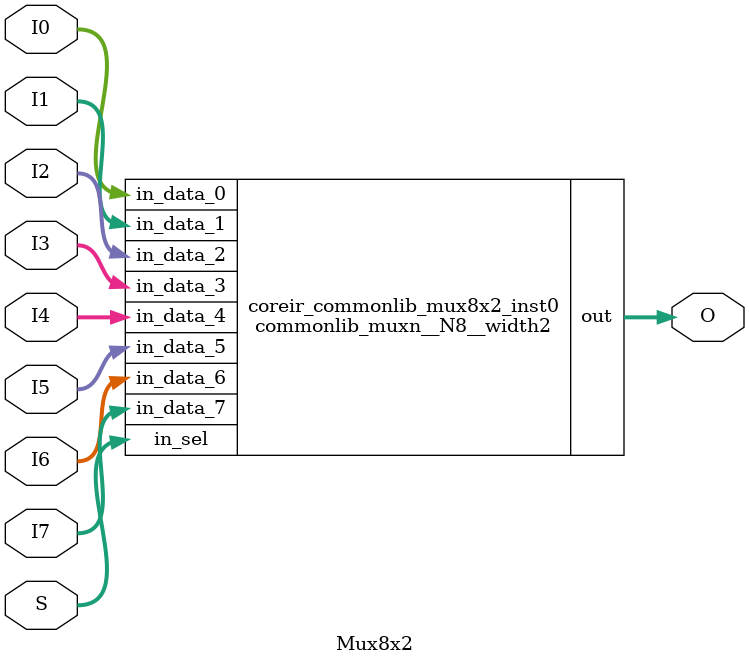
<source format=v>
module coreir_slice #(parameter hi = 1, parameter lo = 0, parameter width = 1) (input [width-1:0] in, output [hi-lo-1:0] out);
  assign out = in[hi-1:lo];
endmodule

module coreir_mux #(parameter width = 1) (input [width-1:0] in0, input [width-1:0] in1, input sel, output [width-1:0] out);
  assign out = sel ? in1 : in0;
endmodule

module commonlib_muxn__N2__width2 (input [1:0] in_data_0, input [1:0] in_data_1, input [0:0] in_sel, output [1:0] out);
coreir_mux #(.width(2)) _join(.in0(in_data_0), .in1(in_data_1), .out(out), .sel(in_sel[0]));
endmodule

module commonlib_muxn__N4__width2 (input [1:0] in_data_0, input [1:0] in_data_1, input [1:0] in_data_2, input [1:0] in_data_3, input [1:0] in_sel, output [1:0] out);
wire [1:0] muxN_0_out;
wire [1:0] muxN_1_out;
wire [0:0] sel_slice0_out;
wire [0:0] sel_slice1_out;
coreir_mux #(.width(2)) _join(.in0(muxN_0_out), .in1(muxN_1_out), .out(out), .sel(in_sel[1]));
commonlib_muxn__N2__width2 muxN_0(.in_data_0(in_data_0), .in_data_1(in_data_1), .in_sel(sel_slice0_out), .out(muxN_0_out));
commonlib_muxn__N2__width2 muxN_1(.in_data_0(in_data_2), .in_data_1(in_data_3), .in_sel(sel_slice1_out), .out(muxN_1_out));
coreir_slice #(.hi(1), .lo(0), .width(2)) sel_slice0(.in(in_sel), .out(sel_slice0_out));
coreir_slice #(.hi(1), .lo(0), .width(2)) sel_slice1(.in(in_sel), .out(sel_slice1_out));
endmodule

module commonlib_muxn__N8__width2 (input [1:0] in_data_0, input [1:0] in_data_1, input [1:0] in_data_2, input [1:0] in_data_3, input [1:0] in_data_4, input [1:0] in_data_5, input [1:0] in_data_6, input [1:0] in_data_7, input [2:0] in_sel, output [1:0] out);
wire [1:0] muxN_0_out;
wire [1:0] muxN_1_out;
wire [1:0] sel_slice0_out;
wire [1:0] sel_slice1_out;
coreir_mux #(.width(2)) _join(.in0(muxN_0_out), .in1(muxN_1_out), .out(out), .sel(in_sel[2]));
commonlib_muxn__N4__width2 muxN_0(.in_data_0(in_data_0), .in_data_1(in_data_1), .in_data_2(in_data_2), .in_data_3(in_data_3), .in_sel(sel_slice0_out), .out(muxN_0_out));
commonlib_muxn__N4__width2 muxN_1(.in_data_0(in_data_4), .in_data_1(in_data_5), .in_data_2(in_data_6), .in_data_3(in_data_7), .in_sel(sel_slice1_out), .out(muxN_1_out));
coreir_slice #(.hi(2), .lo(0), .width(3)) sel_slice0(.in(in_sel), .out(sel_slice0_out));
coreir_slice #(.hi(2), .lo(0), .width(3)) sel_slice1(.in(in_sel), .out(sel_slice1_out));
endmodule

module Mux8x2 (input [1:0] I0, input [1:0] I1, input [1:0] I2, input [1:0] I3, input [1:0] I4, input [1:0] I5, input [1:0] I6, input [1:0] I7, output [1:0] O, input [2:0] S);
commonlib_muxn__N8__width2 coreir_commonlib_mux8x2_inst0(.in_data_0(I0), .in_data_1(I1), .in_data_2(I2), .in_data_3(I3), .in_data_4(I4), .in_data_5(I5), .in_data_6(I6), .in_data_7(I7), .in_sel(S), .out(O));
endmodule


</source>
